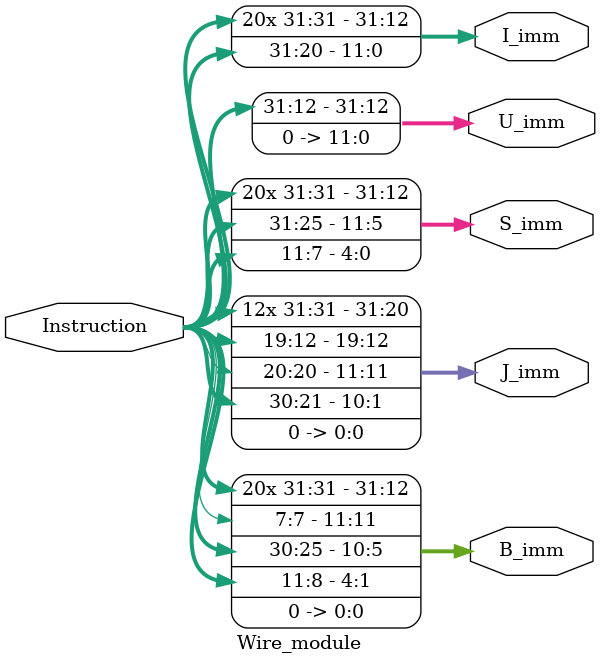
<source format=v>

module Wire_module (
    Instruction,
    B_imm,
    J_imm,
    S_imm,
    U_imm,
    I_imm

);

input  [31:0] Instruction;
output [31:0] B_imm,J_imm,S_imm,U_imm,I_imm;

// sign extention imidiate value for B type 
assign B_imm={{20{Instruction[31]}},Instruction[7],Instruction[30:25],Instruction[11:8],1'b0};
// sign extention imidiate value for J type 
assign J_imm={{12{Instruction[31]}},Instruction[19:12],Instruction[20],Instruction[30:21],1'b0};
// sign extention imidiate value for S type 
assign S_imm={{21{Instruction[31]}},Instruction[30:25],Instruction[11:7]};
// sign extention imidiate value for U type 
assign U_imm={Instruction[31:12],{12{1'b0}}};
// sign extention imidiate value for R type 
assign I_imm={{21{Instruction[31]}},Instruction[30:20]};
    
endmodule
</source>
